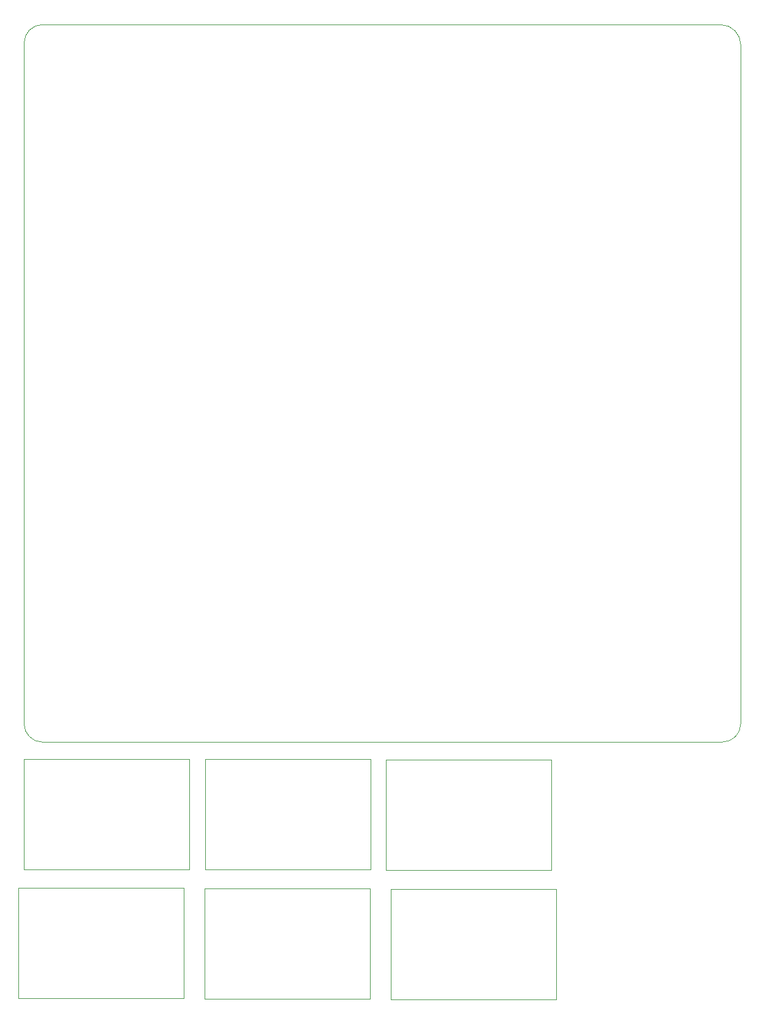
<source format=gbr>
%TF.GenerationSoftware,KiCad,Pcbnew,6.0.7-f9a2dced07~116~ubuntu20.04.1*%
%TF.CreationDate,2022-10-31T15:28:21+01:00*%
%TF.ProjectId,av_citynode_hw,61765f63-6974-4796-9e6f-64655f68772e,rev?*%
%TF.SameCoordinates,Original*%
%TF.FileFunction,Profile,NP*%
%FSLAX46Y46*%
G04 Gerber Fmt 4.6, Leading zero omitted, Abs format (unit mm)*
G04 Created by KiCad (PCBNEW 6.0.7-f9a2dced07~116~ubuntu20.04.1) date 2022-10-31 15:28:21*
%MOMM*%
%LPD*%
G01*
G04 APERTURE LIST*
%TA.AperFunction,Profile*%
%ADD10C,0.100000*%
%TD*%
G04 APERTURE END LIST*
D10*
X17887000Y132327000D02*
X-4973000Y132327000D01*
X-4973000Y132327000D02*
X-4973000Y147567000D01*
X-4973000Y147567000D02*
X17887000Y147567000D01*
X17887000Y147567000D02*
X17887000Y132327000D01*
X20678000Y129659000D02*
X43538000Y129659000D01*
X43538000Y129659000D02*
X43538000Y114419000D01*
X43538000Y114419000D02*
X20678000Y114419000D01*
X20678000Y114419000D02*
X20678000Y129659000D01*
X-5071000Y129683000D02*
X17789000Y129683000D01*
X17789000Y129683000D02*
X17789000Y114443000D01*
X17789000Y114443000D02*
X-5071000Y114443000D01*
X-5071000Y114443000D02*
X-5071000Y129683000D01*
X69013000Y152471000D02*
X69013000Y246197000D01*
X66219000Y248991000D02*
X-27507000Y248991000D01*
X-27507000Y248991000D02*
G75*
G03*
X-30047000Y246451000I0J-2540000D01*
G01*
X19947000Y147455000D02*
X42807000Y147455000D01*
X42807000Y147455000D02*
X42807000Y132215000D01*
X42807000Y132215000D02*
X19947000Y132215000D01*
X19947000Y132215000D02*
X19947000Y147455000D01*
X69013000Y246197000D02*
G75*
G03*
X66219000Y248991000I-2794000J0D01*
G01*
X-30822000Y129759000D02*
X-7962000Y129759000D01*
X-7962000Y129759000D02*
X-7962000Y114519000D01*
X-7962000Y114519000D02*
X-30822000Y114519000D01*
X-30822000Y114519000D02*
X-30822000Y129759000D01*
X-30102000Y147591000D02*
X-7242000Y147591000D01*
X-7242000Y147591000D02*
X-7242000Y132351000D01*
X-7242000Y132351000D02*
X-30102000Y132351000D01*
X-30102000Y132351000D02*
X-30102000Y147591000D01*
X-30047000Y152471000D02*
G75*
G03*
X-27507000Y149931000I2540000J0D01*
G01*
X-27507000Y149931000D02*
X66473000Y149931000D01*
X-30047000Y246451000D02*
X-30047000Y152471000D01*
X66473000Y149931000D02*
G75*
G03*
X69013000Y152471000I0J2540000D01*
G01*
M02*

</source>
